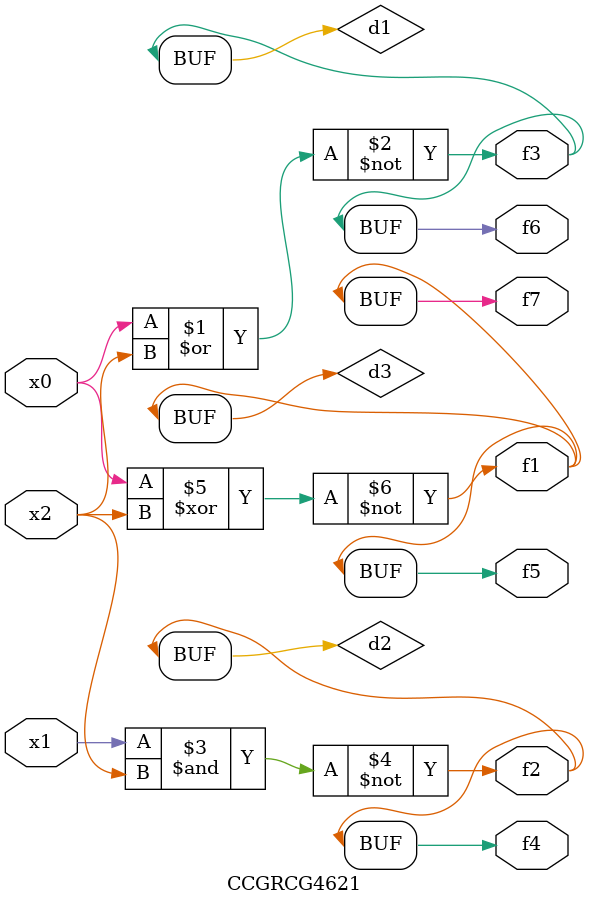
<source format=v>
module CCGRCG4621(
	input x0, x1, x2,
	output f1, f2, f3, f4, f5, f6, f7
);

	wire d1, d2, d3;

	nor (d1, x0, x2);
	nand (d2, x1, x2);
	xnor (d3, x0, x2);
	assign f1 = d3;
	assign f2 = d2;
	assign f3 = d1;
	assign f4 = d2;
	assign f5 = d3;
	assign f6 = d1;
	assign f7 = d3;
endmodule

</source>
